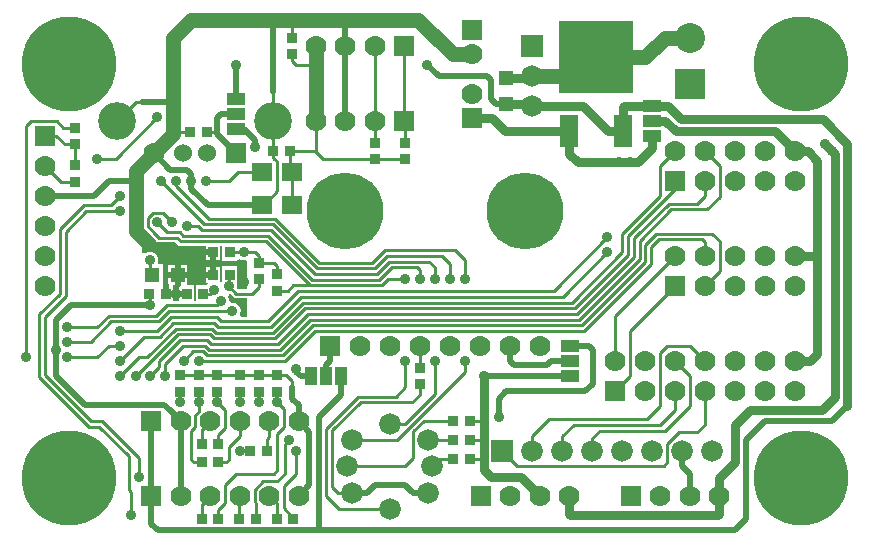
<source format=gbl>
G04 ================== begin FILE IDENTIFICATION RECORD ==================*
G04 Layout Name:  C:/HOME/KUMAGAI/DEVELOP/ORCAD/BALANCECONT_R12/allegro/BalanceCont.brd*
G04 Film Name:    GB_BalanceCont.GBL*
G04 File Format:  Gerber RS274X*
G04 File Origin:  Cadence Allegro 16.6-S014*
G04 Origin Date:  Thu Feb 25 10:40:31 2016*
G04 *
G04 Layer:  ETCH/BOTTOM*
G04 Layer:  PIN/BOTTOM*
G04 Layer:  VIA CLASS/BOTTOM*
G04 *
G04 Offset:    (0.0000 0.0000)*
G04 Mirror:    No*
G04 Mode:      Positive*
G04 Rotation:  0*
G04 FullContactRelief:  No*
G04 UndefLineWidth:     0.0000*
G04 ================== end FILE IDENTIFICATION RECORD ====================*
%FSLAX25Y25*MOMM*%
%IR0*IPPOS*OFA0.00000B0.00000*MIA0B0*SFA1.00000B1.00000*%
%ADD12C,.9144*%
%ADD22R,1.7X1.5*%
%ADD27R,6.3X6.1*%
%ADD26R,1.5X2.8*%
%ADD25R,1.27X1.27*%
%ADD19R,1.524X1.016*%
%ADD20R,1.016X1.524*%
%ADD14R,1.27X1.27*%
%ADD16C,3.2004*%
%ADD10C,8.001*%
%ADD28C,2.54*%
%ADD18C,1.524*%
%ADD21C,6.5024*%
%ADD29R,2.54X2.54*%
%ADD11C,1.778*%
%ADD23C,1.8288*%
%ADD13R,1.778X1.778*%
%ADD17R,.9652X.8128*%
%ADD15R,.8128X.9652*%
%ADD24R,1.8288X1.8288*%
%ADD30C,.8*%
%ADD31C,.254*%
%ADD32C,.508*%
%ADD33C,1.27*%
G75*
%LPD*%
G75*
G36*
G01X-2042140Y-252870D02*
Y-121900D01*
X-2095480D01*
Y52090D01*
X-2263160D01*
Y-121900D01*
X-2303760D01*
Y57170D01*
X-2336640D01*
G02X-2346180Y70820I0J10159D01*
G03X-2459670Y148930I-66818J24419D01*
G02X-2476500Y156600I-6670J7664D01*
G01Y346350D01*
G02X-2459160Y353540I10160J2D01*
G01X-2393880Y288260D01*
X-2393330D01*
X-2350160Y245090D01*
X-2196710D01*
X-2164960Y213340D01*
X-1941850D01*
Y90150D01*
X-1819890D01*
Y213340D01*
X-1804690D01*
Y85070D01*
X-1672570D01*
Y89850D01*
G02X-1657020Y98460I10158J1D01*
G03X-1600360Y90160I37769J60289D01*
G02X-1587500Y80370I2702J-9793D01*
G01Y-152380D01*
X-1666960D01*
X-1676780Y-142560D01*
X-1676300Y-139930D01*
G03X-1676790Y-111610I-69950J12954D01*
G01X-1676920Y-111070D01*
Y-105430D01*
X-1672570D01*
Y41930D01*
X-1804690D01*
Y-86430D01*
G03X-1810240Y-95920I58451J-40551D01*
G01X-1819890Y-93700D01*
Y36850D01*
X-1941850D01*
Y-100350D01*
X-1927560D01*
G02X-1923940Y-108990I0J-5078D01*
G03X-1930600Y-116820I50718J-49887D01*
G01X-2026940D01*
Y-252870D01*
X-2042140D01*
G37*
G36*
G01X-2217400D02*
Y-115590D01*
X-2164100D01*
Y-252870D01*
X-2217400D01*
G37*
G36*
G01X-1650990Y-371310D02*
G03X-1726850Y-269190I-63508J32059D01*
G02X-1738750Y-258540I-1763J10004D01*
G03X-1750960Y-213940I-70997J4535D01*
G02X-1743030Y-198070I8393J5722D01*
G03X-1733320Y-196950I-3277J71063D01*
G01X-1730690Y-196470D01*
X-1698540Y-228620D01*
X-1587500D01*
Y-386050D01*
X-1641930D01*
G02X-1650990Y-371310I7J10159D01*
G37*
G54D10*
X-3100000Y-1750000D03*
Y1750000D03*
X3100000Y-1750000D03*
Y1750000D03*
G54D11*
X-3302000Y-127000D03*
Y127000D03*
Y381000D03*
Y635000D03*
Y889000D03*
X-2382000Y999000D03*
X-1653000Y-1905000D03*
X-1903000D03*
X-2153000D03*
X-1653000Y-1270000D03*
X-1903000D03*
X-2153000D03*
X-1153000Y-1905000D03*
X-1403000D03*
X-1153000Y-1270000D03*
X-1403000D03*
X-1010000Y1270000D03*
X-760000D03*
X-1010000Y1905000D03*
X-760000D03*
X-127000Y-635000D03*
X-381000D03*
X-635000D03*
X-510000Y1270000D03*
Y1905000D03*
X637000Y-1905000D03*
X635000Y-635000D03*
X381000D03*
X127000D03*
X317500Y1498600D03*
Y1835150D03*
X1137000Y-1905000D03*
X887000D03*
X1524000Y-762000D03*
X889000Y-635000D03*
X2157000Y-1905000D03*
X1907000D03*
X2286000Y-762000D03*
X2032000D03*
X1778000D03*
X2286000Y-1016000D03*
X2032000D03*
X1778000D03*
X2286000Y-127000D03*
Y127000D03*
X2032000D03*
X2286000Y762000D03*
Y1016000D03*
X2032000D03*
X2407000Y-1905000D03*
X3048000Y-762000D03*
X2794000D03*
X2540000D03*
X3048000Y-1016000D03*
X2794000D03*
X2540000D03*
X3048000Y-127000D03*
X2794000D03*
X2540000D03*
X3048000Y127000D03*
X2794000D03*
X2540000D03*
X3048000Y762000D03*
X2794000D03*
X2540000D03*
X3048000Y1016000D03*
X2794000D03*
X2540000D03*
G54D20*
X-920750Y-889000D03*
X-1047750D03*
X-793750D03*
G54D30*
G01X1841500Y1397000D02*
X1970400D01*
X2080310Y1287090D01*
X3284910D01*
X3492500Y1079500D01*
Y-1143000D01*
G01X887000Y-1905000D02*
X728250Y-1746250D01*
X476250D01*
X412750Y-1682750D01*
Y-1587500D01*
G01D02*
Y-1428750D01*
G01D02*
Y-1270000D01*
G01D02*
Y-889000D01*
G01X603250Y1417320D02*
X805180D01*
X825500Y1397000D01*
G01X1136650Y1184750D02*
X593250D01*
X482600Y1295400D01*
X317500D01*
G01X603250Y1630680D02*
X805180D01*
X825500Y1651000D01*
G01X1137000Y-1905000D02*
Y-2053750D01*
X1147000Y-2063750D01*
X2397000D01*
X2407000Y-2053750D01*
Y-1905000D01*
G01X825500Y1397000D02*
X1253900D01*
X1466150Y1184750D01*
X1593850D01*
G01X1136650D02*
Y992050D01*
X1207950Y920750D01*
X1555750D01*
G01X1841500Y1397000D02*
X1603850D01*
X1593850Y1387000D01*
Y1184750D01*
G01X1651000Y920750D02*
X1722750D01*
X1841500Y1039500D01*
Y1143000D01*
G01X1555750Y920750D02*
X1651000D01*
G01X1841500Y1270000D02*
X1951930D01*
X2037700Y1184230D01*
X2879770D01*
X3048000Y1016000D01*
G01X2407000Y-1905000D02*
Y-1748230D01*
X2540000Y-1615230D01*
Y-1301760D01*
X2667010Y-1174750D01*
X3277890D01*
X3389640Y-1063000D01*
Y991860D01*
X3365500Y1016000D01*
G01X3048000Y-762000D02*
X3175000D01*
X3238500Y-698500D01*
Y127000D01*
G01X3048000D02*
X3238500D01*
G01D02*
Y936000D01*
X3158500Y1016000D01*
X3048000D01*
G01X3302000Y1079500D02*
X3365500Y1016000D01*
G54D21*
X-762000Y508000D03*
X762000D03*
G54D12*
X-3206750Y-666750D03*
X-3460750Y-730250D03*
X-3111500D03*
Y-476250D03*
Y-603250D03*
X-2571750Y-2063750D03*
X-2508250Y-1746250D03*
X-2535040Y-889000D03*
X-2413000D03*
X-2667000D03*
Y-762000D03*
Y-508000D03*
X-2413000Y-285750D03*
X-2667000Y-635000D03*
X-2349500Y412750D03*
X-2667000Y635000D03*
Y508000D03*
X-2413000Y95240D03*
X-2857500Y952500D03*
X-2349500Y1301750D03*
X-2286000Y-889000D03*
X-1651000Y-1111250D03*
X-1841500D03*
X-2000250D03*
X-1651000Y-1524000D03*
X-2159000Y-1111250D03*
X-2127250Y-762000D03*
X-2000250Y-761990D03*
X-1873250Y-158910D03*
X-1619250Y-95250D03*
X-2190750Y-190500D03*
X-1809750Y-254000D03*
X-1714500Y-339250D03*
X-1746250Y-127000D03*
X-1619250Y158750D03*
X-2000250D03*
X-2222500Y412750D03*
X-2095500Y381000D03*
X-2063750Y762000D03*
X-1936750D03*
X-2317750D03*
X-2190750D03*
X-1682750Y1746250D03*
X-1174750Y-825500D03*
X-1333500Y-1111250D03*
X-1238250Y-1428750D03*
X-1492250Y-1111250D03*
X-1174750Y-1524000D03*
X-1524000Y1047750D03*
X-254000Y-762000D03*
X-127000Y-63500D03*
X-254000D03*
X-63500Y1746250D03*
X539750Y-1238250D03*
X412750Y-889000D03*
X127000Y-63500D03*
X0Y-762000D03*
X254000Y-63500D03*
Y-762000D03*
X0Y-63500D03*
X1460500Y158750D03*
Y285750D03*
X1555750Y920750D03*
X1651000D03*
X3365500Y1016000D03*
X3302000Y1079500D03*
G54D31*
G01X-2667000Y635000D02*
X-2745740Y556260D01*
X-2972740D01*
X-3175000Y354000D01*
Y-190500D01*
X-3350260Y-365760D01*
Y-899960D01*
X-2931950Y-1318270D01*
X-2840980D01*
X-2589530Y-1569720D01*
Y-1855470D01*
X-2571750Y-1873250D01*
Y-2063750D01*
G01X-2508250Y-1746250D02*
Y-1582750D01*
X-2821000Y-1270000D01*
X-2911970D01*
X-3302000Y-879970D01*
Y-385750D01*
X-3126740Y-210490D01*
Y334010D01*
X-2952750Y508000D01*
X-2667000D01*
G01X-3460750Y-730250D02*
Y1228250D01*
X-3419000Y1270000D01*
X-3200910D01*
X-3145030Y1214120D01*
X-3048000D01*
G01Y754380D02*
X-3167380D01*
X-3302000Y889000D01*
G01Y1143000D02*
X-3206740D01*
X-3135620Y1071880D01*
X-3048000D01*
G01X2032000Y762000D02*
Y693750D01*
X1692300Y354050D01*
X1692280D01*
X1635760Y297530D01*
Y138760D01*
X1182040Y-314960D01*
X-1095960D01*
X-1349950Y-568950D01*
X-1873580D01*
X-1906600Y-535930D01*
X-2174890D01*
X-2417470Y-778510D01*
X-2424550D01*
X-2535040Y-889000D01*
G01X-2413000D02*
X-2334260Y-810260D01*
Y-763550D01*
X-2154900Y-584190D01*
X-1926590D01*
X-1893570Y-617210D01*
X-1329960D01*
X-1075970Y-363220D01*
X1202030D01*
X1684020Y118770D01*
Y277540D01*
X1712270Y305790D01*
X1712290D01*
X1978000Y571500D01*
X2222500D01*
X2286000Y635000D01*
Y762000D01*
G01X2032000Y1016000D02*
X1905000Y889000D01*
Y635000D01*
X1672310Y402310D01*
X1672290D01*
X1587500Y317520D01*
Y158750D01*
X1162050Y-266700D01*
X-1115950D01*
X-1369940Y-520690D01*
X-1853590D01*
X-1886610Y-487670D01*
X-2194880D01*
X-2437460Y-730250D01*
X-2508250D01*
X-2667000Y-889000D01*
G01Y-762000D02*
X-2461260Y-556260D01*
X-2331720D01*
X-2214870Y-439410D01*
X-1866620D01*
X-1833600Y-472430D01*
X-1389930D01*
X-1135940Y-218440D01*
X1083310D01*
X1460500Y158750D01*
G01Y285750D02*
X1004570Y-170180D01*
X-1155930D01*
X-1409920Y-424170D01*
X-1813610D01*
X-1846630Y-391150D01*
X-2234860D01*
X-2351710Y-508000D01*
X-2667000D01*
G01X-2413000Y-285750D02*
Y-198120D01*
X-2420620Y-190500D01*
G01X-2667000Y-635000D02*
X-2762250D01*
X-2857500Y-730250D01*
X-3111500D01*
G01Y-476250D02*
X-2857500D01*
X-2759710Y-378460D01*
X-2358670D01*
X-2299470Y-319260D01*
Y-319240D01*
X-2271220Y-290990D01*
X-1846740D01*
X-1809750Y-254000D01*
G01X-3111500Y-603250D02*
X-2916250D01*
X-2739720Y-426720D01*
X-2338680D01*
X-2251210Y-339250D01*
X-1714500D01*
G01X-2413000Y95240D02*
Y-11430D01*
X-2392680Y-31750D01*
G01X-2222500Y412750D02*
X-2303780Y494030D01*
X-2383180D01*
X-2430780Y446430D01*
Y379070D01*
X-2378090Y326380D01*
X-2377540D01*
X-2334370Y283210D01*
X-2180920D01*
X-2149170Y251460D01*
X-1430970D01*
X-1058860Y-120650D01*
G01X-2349500Y1301750D02*
X-2698750Y952500D01*
X-2857500D01*
G01X-2476500Y1428750D02*
X-2530250D01*
X-2689000Y1270000D01*
G01X-3048000Y896620D02*
Y1071880D01*
G01X-1333500Y-1111250D02*
X-1278540Y-1166210D01*
Y-1321570D01*
X-1333500Y-1376530D01*
Y-1687500D01*
X-1365580Y-1719580D01*
X-1687830D01*
X-1778000Y-1809750D01*
Y-1965960D01*
X-1833880Y-2021840D01*
Y-2095500D01*
G01X-1903000Y-1905000D02*
X-1976120Y-1978120D01*
Y-2095500D01*
G01X-1653000Y-1905000D02*
X-1658620Y-1910620D01*
Y-2095500D01*
G01X-1653000Y-1270000D02*
Y-1399000D01*
X-1746250Y-1492250D01*
Y-1597660D01*
X-1767840Y-1619250D01*
X-1833880D01*
G01X-1976120D02*
X-2042160D01*
X-2063750Y-1597660D01*
Y-1356780D01*
X-2028540Y-1321570D01*
Y-1219510D01*
X-2000250Y-1191220D01*
Y-1111250D01*
G01X2286000Y1016000D02*
X2413000Y889000D01*
Y628650D01*
X2307590Y523240D01*
X1997990D01*
X1732280Y257530D01*
Y98780D01*
X1222020Y-411480D01*
X-1055980D01*
X-1309970Y-665470D01*
X-1913560D01*
X-1946580Y-632450D01*
X-2134910D01*
X-2286000Y-783540D01*
Y-889000D01*
G01X-1651000Y-1023620D02*
Y-1111250D01*
G01X-1903000Y-1270000D02*
X-1976120Y-1343120D01*
Y-1460500D01*
G01X-1841500Y-1023620D02*
Y-1111250D01*
G01X-1833880Y-1460500D02*
Y-1386840D01*
X-1778000Y-1330960D01*
Y-1174750D01*
X-1841500Y-1111250D01*
G01X-2000250Y-1023620D02*
Y-1111250D01*
G01X-1651000Y-1524000D02*
X-1682750D01*
G01X-2159000Y-1023620D02*
Y-1111250D01*
G01X-1563370Y-1524000D02*
X-1651000D01*
G01X-1841500Y-881380D02*
X-1651000D01*
G01X-2000250D02*
X-1841500D01*
G01X-2159000D02*
X-2000250D01*
G01X-1492250D02*
X-1651000D01*
G01X2286000Y-127000D02*
X2413000Y0D01*
Y254000D01*
X2349500Y317500D01*
X1875790D01*
X1780540Y222250D01*
Y78790D01*
X1242010Y-459740D01*
X-1035990D01*
X-1289980Y-713730D01*
X-1933550D01*
X-1966570Y-680710D01*
X-2045960D01*
X-2127250Y-762000D01*
G01X-2000250Y-761990D02*
X-1269990D01*
X-1016000Y-508000D01*
X1262000D01*
X1828800Y58800D01*
Y202260D01*
X1895780Y269240D01*
X2260760D01*
X2286000Y244000D01*
Y127000D01*
G01X-1960880Y-190500D02*
X-1904840D01*
X-1873250Y-158910D01*
G01X-1746250Y-127000D02*
Y-39370D01*
X-1738630Y-31750D01*
G01X-1746250Y-127000D02*
X-1682750Y-190500D01*
X-1545590D01*
X-1492250Y-137160D01*
Y-71120D01*
G01X-1738630Y158750D02*
X-1619250D01*
G01D02*
X-1619240Y158760D01*
X-1524010D01*
X-1492250Y127000D01*
Y71120D01*
G01X-2317750Y762000D02*
X-1951990Y396240D01*
X-1371000D01*
X-998890Y24130D01*
X-510870D01*
X-406730Y128270D01*
X62230D01*
X127000Y63500D01*
Y-63500D01*
G01X-2349500Y412750D02*
X-2268220Y331470D01*
X-2160930D01*
X-2129180Y299720D01*
X-1410980D01*
X-1038870Y-72390D01*
X-470890D01*
X-366750Y31750D01*
X-151130D01*
X-127000Y7620D01*
Y-63500D01*
G01X-2190750Y762000D02*
Y722630D01*
X-1912620Y444500D01*
X-1351010D01*
X-978900Y72390D01*
X-530860D01*
X-426720Y176530D01*
X172710D01*
X254000Y95240D01*
Y-63500D01*
G01X0D02*
Y31750D01*
X-48260Y80010D01*
X-386740D01*
X-490880Y-24130D01*
X-1018880D01*
X-1390990Y347980D01*
X-1971980D01*
X-2005000Y381000D01*
X-2095500D01*
G01X-2071370Y1174750D02*
X-2206250D01*
X-2217420Y1163580D01*
G01X-1929130Y1174750D02*
X-1857750D01*
X-1845680Y1162680D01*
G01X-1460500Y838500D02*
X-1669750D01*
X-1746250Y762000D01*
X-1936750D01*
G01X-706000Y-1876000D02*
X-822840D01*
X-868000Y-1830840D01*
Y-1349010D01*
X-630240Y-1111250D01*
X-190500D01*
X-127000Y-1047750D01*
Y-960120D01*
G01X-1516380Y-2095500D02*
Y-1967650D01*
X-1527460Y-1956570D01*
Y-1853430D01*
X-1452030Y-1778000D01*
X-1333510D01*
X-1270000Y-1714490D01*
Y-1460500D01*
X-1238250Y-1428750D01*
G01X-1198880Y-2095500D02*
Y-2087880D01*
X-1277460Y-2009300D01*
Y-1817210D01*
X-1174750Y-1714500D01*
Y-1524000D01*
G01X-1403000Y-1905000D02*
X-1341120Y-1966880D01*
Y-2095500D01*
G01X-381000Y-2011000D02*
X-814760D01*
X-920750Y-1905010D01*
Y-1333510D01*
X-650230Y-1062990D01*
X-332740D01*
X-254000Y-984250D01*
Y-762000D01*
G01X-1333500Y-1023620D02*
Y-1111250D01*
G01X-1492250Y-1023620D02*
Y-1111250D01*
G01X-1403000Y-1270000D02*
Y-1403000D01*
X-1421130Y-1421130D01*
Y-1524000D01*
G01X-1333500Y-881380D02*
X-1259840D01*
X-1206500Y-934720D01*
Y-977900D01*
G01X-1492250Y-881380D02*
X-1333500D01*
G01X-1058860Y-120650D02*
X-450900D01*
X-393750Y-63500D01*
X-254000D01*
G01X-1058860Y-120650D02*
X-1200150D01*
X-1245870Y-166370D01*
X-1333500D01*
G01X-1492250Y71120D02*
X-1362710D01*
X-1333500Y41910D01*
Y-24130D01*
G01X-1492250Y71120D02*
X-1496140Y75010D01*
G01X-1206500Y558500D02*
Y838500D01*
G01X-1460500Y558500D02*
X-1450500D01*
X-1333500Y675500D01*
Y920750D01*
X-1339940Y927190D01*
Y928230D01*
X-1360770Y949060D01*
X-1361810D01*
X-1372870Y960120D01*
Y1016000D01*
G01X-1230630D02*
X-1016000D01*
X-1010000Y1010000D01*
G01Y1270000D02*
Y1010000D01*
G01D02*
X-944880Y944880D01*
X-508000D01*
G01X-1206500Y838500D02*
Y857250D01*
X-1230630Y881380D01*
Y1016000D01*
G01X-1375000Y1514250D02*
Y1270000D01*
G01X-1372870Y1016000D02*
Y1267870D01*
X-1375000Y1270000D01*
G01X-1010000Y1746250D02*
X-1174750D01*
X-1206500Y1778000D01*
Y1833880D01*
G01Y1976120D02*
Y2127250D01*
G01X151130Y-1270000D02*
X-95250D01*
X-183000Y-1357750D01*
Y-1580000D01*
X-254000Y-1651000D01*
X-741000D01*
G01X-381000Y-1291000D02*
X-252750D01*
X0Y-1038250D01*
Y-762000D01*
G01X254000D02*
Y-852500D01*
X-319500Y-1426000D01*
X-706000D01*
G01X-127000Y-817880D02*
Y-635000D01*
G01X-254000Y944880D02*
X-508000D01*
G01X-260000Y1905000D02*
Y1270000D01*
G01X-254000Y1087120D02*
Y1264000D01*
X-260000Y1270000D01*
G01X-510000Y1905000D02*
Y1270000D01*
G01X-508000Y1087120D02*
Y1153700D01*
X-510000Y1155700D01*
Y1270000D01*
G01X2286000Y-1016000D02*
Y-1301750D01*
X2222500Y-1365250D01*
X2063760D01*
X1968500Y-1460510D01*
Y-1619250D01*
X1936750Y-1651000D01*
X698500D01*
X571500Y-1524000D01*
G01X-21000Y-1651000D02*
X42500Y-1587500D01*
X151130D01*
G01X412750Y-1270000D02*
X293370D01*
G01X412750Y-1428750D02*
X293370D01*
G01X412750Y-1587500D02*
X293370D01*
G01X-56000Y-1426000D02*
X82340D01*
X85090Y-1428750D01*
X151130D01*
G01X825500Y-1524000D02*
Y-1397000D01*
X967740Y-1254760D01*
X1793240D01*
X1907540Y-1140460D01*
Y-695950D01*
X1968490Y-635000D01*
X2159000D01*
X2286000Y-762000D01*
G01X2032000Y-1016000D02*
Y-1174740D01*
X1903720Y-1303020D01*
X1173480D01*
X1079500Y-1397000D01*
Y-1524000D01*
G01X2032000Y-762000D02*
X2159000Y-889000D01*
Y-1143000D01*
X1950720Y-1351280D01*
X1397000D01*
X1333500Y-1414780D01*
Y-1524000D01*
G01X2032000Y-127000D02*
X1651000Y-508000D01*
Y-889000D01*
X1524000Y-1016000D01*
G01Y-762000D02*
Y-381000D01*
X2032000Y127000D01*
G54D13*
X-3302000Y1143000D03*
X-2403000Y-1905000D03*
Y-1270000D03*
X-1682000Y999000D03*
X-889000Y-635000D03*
X-260000Y1270000D03*
Y1905000D03*
X387000Y-1905000D03*
X317500Y1295400D03*
Y2038350D03*
X1524000Y-1016000D03*
X1657000Y-1905000D03*
X2032000Y-127000D03*
Y762000D03*
G54D22*
X-1460500Y558500D03*
X-1206500D03*
Y838500D03*
X-1460500D03*
G54D32*
G01X-2153000Y-1270000D02*
X-2242810Y-1180190D01*
X-2246760D01*
X-2294110Y-1132840D01*
X-2962910D01*
X-3206750Y-889000D01*
Y-666750D01*
G01X-2413000Y-285750D02*
X-3079750D01*
X-3206750Y-412750D01*
Y-666750D01*
G01X-2529840Y762000D02*
X-2762250D01*
X-2889250Y635000D01*
X-3302000D01*
G01X-2403000Y-1270000D02*
Y-1905000D01*
G01D02*
Y-2137250D01*
X-2348230Y-2192020D01*
X-984250D01*
G01X-2063750Y762000D02*
Y825510D01*
X-2095490Y857250D01*
X-2240250D01*
X-2382000Y999000D01*
G01X-2217420Y1428750D02*
X-2476500D01*
G01X-2153000Y-1905000D02*
Y-1270000D01*
G01X-2190750Y-190500D02*
X-2103120D01*
G01X-2278380D02*
Y-116820D01*
G01Y-190500D02*
X-2212320D01*
G01X-2179320Y-120670D02*
Y-31750D01*
G01X-1880870Y85070D02*
Y158750D01*
G01X-1946930D02*
X-1880870D01*
G01Y-31750D02*
Y41930D01*
G01X-1946930Y-31750D02*
X-1880870D01*
G01X-2179320D02*
Y57170D01*
G01X-2268240Y-31750D02*
X-2179320D01*
G01D02*
X-2090400D01*
G01X-2063750Y762000D02*
Y698500D01*
X-1923750Y558500D01*
X-1460500D01*
G01X-1524000Y1047750D02*
Y1111250D01*
X-1619250Y1206500D01*
X-1682750D01*
G01X-1682000Y999000D02*
X-1845680Y1162680D01*
G01D02*
Y1297570D01*
X-1809750Y1333500D01*
X-1682750D01*
G01Y1746250D02*
Y1460500D01*
G01X3492500Y-1143000D02*
X3365500Y-1270000D01*
X2794000D01*
X2635250Y-1428750D01*
Y-2095490D01*
X2538720Y-2192020D01*
X-984250D01*
G01D02*
Y-1238250D01*
X-793750Y-1047750D01*
Y-889000D01*
G01X-1153000Y-1905000D02*
X-1063190Y-1815190D01*
Y-1359810D01*
X-1153000Y-1270000D01*
G01X-1047750Y-889000D02*
X-1136650D01*
X-1174750Y-850900D01*
Y-825500D01*
G01X-1206500Y-977900D02*
Y-1079500D01*
X-1153000Y-1133000D01*
Y-1270000D01*
G01X-889000Y-635000D02*
Y-762000D01*
X-920750Y-793750D01*
Y-889000D01*
G01X-1397000Y2127250D02*
X-1375000Y2105250D01*
Y1514250D01*
G01X-706000Y-1876000D02*
X-574250D01*
X-508000Y-1809750D01*
X-254000D01*
X-190500Y-1873250D01*
X-188290D01*
X-185540Y-1876000D01*
X-56000D01*
G01X-760000Y1270000D02*
Y1905000D01*
G01X-63500Y1746250D02*
X31750Y1651000D01*
X444500D01*
X476250Y1619250D01*
Y1460500D01*
X519430Y1417320D01*
X603250D01*
G01X-760000Y1905000D02*
Y2125250D01*
X-762000Y2127250D01*
G01X539750Y-1238250D02*
Y-1079490D01*
X603240Y-1016000D01*
X1274180D01*
X1337680Y-952500D01*
Y-670930D01*
X1301750Y-635000D01*
X1143000D01*
G01Y-889000D02*
X412750D01*
G01X635000Y-635000D02*
Y-762000D01*
X670930Y-797930D01*
X948320D01*
X984250Y-762000D01*
X1143000D01*
G01X2157000Y-1905000D02*
Y-1715040D01*
X2095500Y-1653540D01*
Y-1524000D01*
G54D23*
X-741000Y-1651000D03*
X-381000Y-2011000D03*
X-21000Y-1651000D03*
X-706000Y-1876000D03*
X-56000D03*
X-381000Y-1291000D03*
X-706000Y-1426000D03*
X-56000D03*
X1333500Y-1524000D03*
X1079500D03*
X825500D03*
Y1397000D03*
Y1651000D03*
X2095500Y-1524000D03*
X1841500D03*
X1587500D03*
X2349500D03*
G54D14*
X-2392680Y-31750D03*
X-2179320D03*
G54D33*
G01X-2418610Y227320D02*
X-2419130D01*
G01D02*
X-2529840Y338030D01*
Y762000D01*
G01X-2382000Y999000D02*
X-2217420Y1163580D01*
G01X-2529840Y762000D02*
Y851160D01*
X-2382000Y999000D01*
G01X-2217420Y1163580D02*
Y1428750D01*
G01D02*
Y1973580D01*
X-2063750Y2127250D01*
X-1397000D01*
G01X-1010000Y1270000D02*
Y1746250D01*
G01Y1905000D02*
Y1746250D01*
G01X-1206500Y2127250D02*
X-762000D01*
G01X-1397000D02*
X-1206500D01*
G01X-762000D02*
X-139700D01*
X152400Y1835150D01*
X317500D01*
G01X1365250Y1809750D02*
X1778000D01*
X1944370Y1976120D01*
X2159000D01*
G01X1365250Y1809750D02*
X1206500Y1651000D01*
X825500D01*
G54D24*
X571500Y-1524000D03*
X825500Y1905000D03*
G54D15*
X-2420620Y-190500D03*
X-1976120Y-2095500D03*
X-1833880D03*
X-1658620D03*
X-1833880Y-1619250D03*
X-1976120D03*
Y-1460500D03*
X-1833880D03*
X-2103120Y-190500D03*
X-1960880D03*
X-2278380D03*
X-1880870Y-31750D03*
X-1738630D03*
X-1880870Y158750D03*
X-1738630D03*
X-2071370Y1174750D03*
X-1929130D03*
X-1516380Y-2095500D03*
X-1341120D03*
X-1198880D03*
X-1421130Y-1524000D03*
X-1563370D03*
X-1372870Y1016000D03*
X-1230630D03*
X293370Y-1587500D03*
X151130D03*
X293370Y-1428750D03*
X151130D03*
X293370Y-1270000D03*
X151130D03*
G54D16*
X-2689000Y1270000D03*
X-1375000D03*
G54D25*
X603250Y1417320D03*
Y1630680D03*
G54D17*
X-3048000Y1071880D03*
Y1214120D03*
Y896620D03*
Y754380D03*
X-1651000Y-1023620D03*
Y-881380D03*
X-1841500Y-1023620D03*
Y-881380D03*
X-2000250Y-1023620D03*
Y-881380D03*
X-2159000Y-1023620D03*
Y-881380D03*
X-1333500Y-1023620D03*
Y-881380D03*
X-1492250Y-1023620D03*
Y-881380D03*
Y-71120D03*
X-1333500Y-166370D03*
X-1492250Y71120D03*
X-1333500Y-24130D03*
X-1206500Y1976120D03*
Y1833880D03*
X-127000Y-960120D03*
Y-817880D03*
X-508000Y944880D03*
Y1087120D03*
X-254000Y944880D03*
Y1087120D03*
G54D26*
X1136650Y1184750D03*
X1593850D03*
G54D18*
X-2132000Y999000D03*
X-1932000D03*
G54D27*
X1365250Y1809750D03*
G54D28*
X2159000Y1976120D03*
G54D19*
X-1682750Y1460500D03*
Y1333500D03*
Y1206500D03*
X1143000Y-889000D03*
Y-762000D03*
Y-635000D03*
X1841500Y1397000D03*
Y1270000D03*
Y1143000D03*
G54D29*
X2159000Y1579880D03*
M02*

</source>
